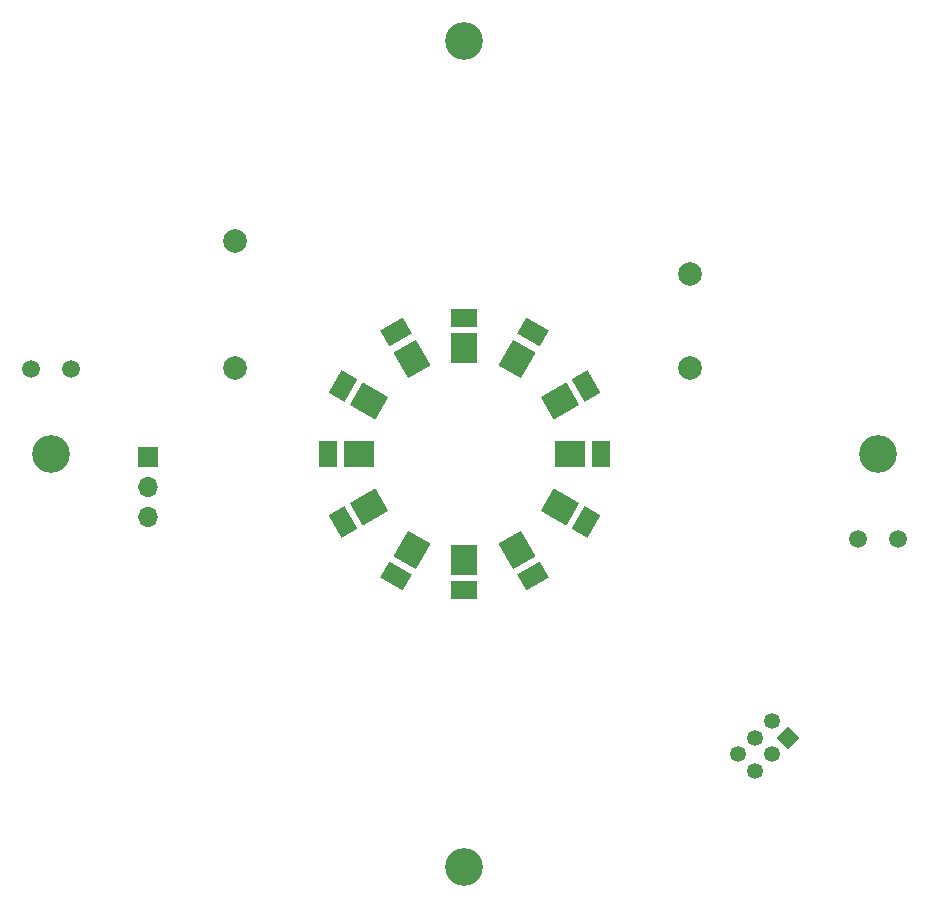
<source format=gbs>
%TF.GenerationSoftware,KiCad,Pcbnew,9.0.0*%
%TF.CreationDate,2025-06-29T18:37:43-04:00*%
%TF.ProjectId,darksky-porch-light,6461726b-736b-4792-9d70-6f7263682d6c,rev?*%
%TF.SameCoordinates,Original*%
%TF.FileFunction,Soldermask,Bot*%
%TF.FilePolarity,Negative*%
%FSLAX46Y46*%
G04 Gerber Fmt 4.6, Leading zero omitted, Abs format (unit mm)*
G04 Created by KiCad (PCBNEW 9.0.0) date 2025-06-29 18:37:43*
%MOMM*%
%LPD*%
G01*
G04 APERTURE LIST*
G04 Aperture macros list*
%AMHorizOval*
0 Thick line with rounded ends*
0 $1 width*
0 $2 $3 position (X,Y) of the first rounded end (center of the circle)*
0 $4 $5 position (X,Y) of the second rounded end (center of the circle)*
0 Add line between two ends*
20,1,$1,$2,$3,$4,$5,0*
0 Add two circle primitives to create the rounded ends*
1,1,$1,$2,$3*
1,1,$1,$4,$5*%
%AMRotRect*
0 Rectangle, with rotation*
0 The origin of the aperture is its center*
0 $1 length*
0 $2 width*
0 $3 Rotation angle, in degrees counterclockwise*
0 Add horizontal line*
21,1,$1,$2,0,0,$3*%
G04 Aperture macros list end*
%ADD10C,2.006600*%
%ADD11C,3.200000*%
%ADD12RotRect,1.350000X1.350000X315.000000*%
%ADD13HorizOval,1.350000X0.000000X0.000000X0.000000X0.000000X0*%
%ADD14R,2.500000X2.200000*%
%ADD15R,1.550000X2.200000*%
%ADD16RotRect,2.500000X2.200000X300.000000*%
%ADD17RotRect,1.550000X2.200000X300.000000*%
%ADD18R,2.200000X2.500000*%
%ADD19R,2.200000X1.550000*%
%ADD20RotRect,2.500000X2.200000X30.000000*%
%ADD21RotRect,1.550000X2.200000X30.000000*%
%ADD22RotRect,2.500000X2.200000X240.000000*%
%ADD23RotRect,1.550000X2.200000X240.000000*%
%ADD24RotRect,2.500000X2.200000X60.000000*%
%ADD25RotRect,1.550000X2.200000X60.000000*%
%ADD26RotRect,2.500000X2.200000X210.000000*%
%ADD27RotRect,1.550000X2.200000X210.000000*%
%ADD28RotRect,2.500000X2.200000X150.000000*%
%ADD29RotRect,1.550000X2.200000X150.000000*%
%ADD30C,1.500000*%
%ADD31R,1.700000X1.700000*%
%ADD32O,1.700000X1.700000*%
%ADD33RotRect,2.500000X2.200000X120.000000*%
%ADD34RotRect,1.550000X2.200000X120.000000*%
%ADD35RotRect,2.500000X2.200000X330.000000*%
%ADD36RotRect,1.550000X2.200000X330.000000*%
G04 APERTURE END LIST*
D10*
%TO.C,PS1*%
X135596800Y-76968100D03*
X135596800Y-87712300D03*
X174103200Y-87712300D03*
X174103200Y-79711300D03*
%TD*%
D11*
%TO.C,H4*%
X190000000Y-95000000D03*
%TD*%
%TO.C,H1*%
X155000000Y-60000000D03*
%TD*%
%TO.C,H2*%
X120000000Y-95000000D03*
%TD*%
D12*
%TO.C,J1*%
X182414214Y-119014214D03*
D13*
X181000000Y-117600000D03*
X181000000Y-120428428D03*
X179585787Y-119014214D03*
X179585787Y-121842641D03*
X178171573Y-120428428D03*
%TD*%
D11*
%TO.C,H3*%
X155000000Y-130000000D03*
%TD*%
D14*
%TO.C,D10*%
X146050000Y-95000000D03*
D15*
X143475000Y-95000000D03*
%TD*%
D16*
%TO.C,D6*%
X159475000Y-103090673D03*
D17*
X160762500Y-105320689D03*
%TD*%
D18*
%TO.C,D7*%
X155000000Y-103950000D03*
D19*
X155000000Y-106525000D03*
%TD*%
D20*
%TO.C,D3*%
X163090673Y-90525000D03*
D21*
X165320689Y-89237500D03*
%TD*%
D22*
%TO.C,D8*%
X150525000Y-103090673D03*
D23*
X149237500Y-105320689D03*
%TD*%
D24*
%TO.C,D2*%
X159475000Y-86909327D03*
D25*
X160762500Y-84679311D03*
%TD*%
D26*
%TO.C,D9*%
X146909327Y-99475000D03*
D27*
X144679311Y-100762500D03*
%TD*%
D28*
%TO.C,D11*%
X146909327Y-90525000D03*
D29*
X144679311Y-89237500D03*
%TD*%
D30*
%TO.C,R7*%
X118300000Y-87800000D03*
X121700000Y-87800000D03*
%TD*%
D31*
%TO.C,J4*%
X128200000Y-95260000D03*
D32*
X128200000Y-97800000D03*
X128200000Y-100340000D03*
%TD*%
D33*
%TO.C,D12*%
X150525000Y-86909327D03*
D34*
X149237500Y-84679311D03*
%TD*%
D35*
%TO.C,D5*%
X163090673Y-99475000D03*
D36*
X165320689Y-100762500D03*
%TD*%
D30*
%TO.C,R8*%
X188300000Y-102200000D03*
X191700000Y-102200000D03*
%TD*%
D18*
%TO.C,D1*%
X155000000Y-86050000D03*
D19*
X155000000Y-83475000D03*
%TD*%
D14*
%TO.C,D4*%
X163950000Y-95000000D03*
D15*
X166525000Y-95000000D03*
%TD*%
M02*

</source>
